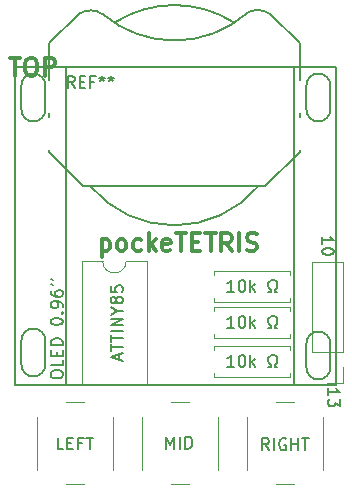
<source format=gbr>
G04 #@! TF.GenerationSoftware,KiCad,Pcbnew,(5.0.1)-4*
G04 #@! TF.CreationDate,2018-12-10T10:24:33+00:00*
G04 #@! TF.ProjectId,tinytetris,74696E797465747269732E6B69636164,rev?*
G04 #@! TF.SameCoordinates,Original*
G04 #@! TF.FileFunction,Legend,Top*
G04 #@! TF.FilePolarity,Positive*
%FSLAX46Y46*%
G04 Gerber Fmt 4.6, Leading zero omitted, Abs format (unit mm)*
G04 Created by KiCad (PCBNEW (5.0.1)-4) date 10/12/2018 10:24:33*
%MOMM*%
%LPD*%
G01*
G04 APERTURE LIST*
%ADD10C,0.150000*%
%ADD11C,0.300000*%
%ADD12C,0.120000*%
%ADD13C,0.070000*%
G04 APERTURE END LIST*
D10*
X165155619Y-105981523D02*
X165155619Y-105410095D01*
X165155619Y-105695809D02*
X166155619Y-105695809D01*
X166012761Y-105600571D01*
X165917523Y-105505333D01*
X165869904Y-105410095D01*
X166155619Y-106314857D02*
X166155619Y-106933904D01*
X165774666Y-106600571D01*
X165774666Y-106743428D01*
X165727047Y-106838666D01*
X165679428Y-106886285D01*
X165584190Y-106933904D01*
X165346095Y-106933904D01*
X165250857Y-106886285D01*
X165203238Y-106838666D01*
X165155619Y-106743428D01*
X165155619Y-106457714D01*
X165203238Y-106362476D01*
X165250857Y-106314857D01*
X164647619Y-93154523D02*
X164647619Y-92583095D01*
X164647619Y-92868809D02*
X165647619Y-92868809D01*
X165504761Y-92773571D01*
X165409523Y-92678333D01*
X165361904Y-92583095D01*
X165647619Y-93773571D02*
X165647619Y-93868809D01*
X165600000Y-93964047D01*
X165552380Y-94011666D01*
X165457142Y-94059285D01*
X165266666Y-94106904D01*
X165028571Y-94106904D01*
X164838095Y-94059285D01*
X164742857Y-94011666D01*
X164695238Y-93964047D01*
X164647619Y-93868809D01*
X164647619Y-93773571D01*
X164695238Y-93678333D01*
X164742857Y-93630714D01*
X164838095Y-93583095D01*
X165028571Y-93535476D01*
X165266666Y-93535476D01*
X165457142Y-93583095D01*
X165552380Y-93630714D01*
X165600000Y-93678333D01*
X165647619Y-93773571D01*
D11*
X138243714Y-77410571D02*
X139100857Y-77410571D01*
X138672285Y-78910571D02*
X138672285Y-77410571D01*
X139886571Y-77410571D02*
X140172285Y-77410571D01*
X140315142Y-77482000D01*
X140458000Y-77624857D01*
X140529428Y-77910571D01*
X140529428Y-78410571D01*
X140458000Y-78696285D01*
X140315142Y-78839142D01*
X140172285Y-78910571D01*
X139886571Y-78910571D01*
X139743714Y-78839142D01*
X139600857Y-78696285D01*
X139529428Y-78410571D01*
X139529428Y-77910571D01*
X139600857Y-77624857D01*
X139743714Y-77482000D01*
X139886571Y-77410571D01*
X141172285Y-78910571D02*
X141172285Y-77410571D01*
X141743714Y-77410571D01*
X141886571Y-77482000D01*
X141958000Y-77553428D01*
X142029428Y-77696285D01*
X142029428Y-77910571D01*
X141958000Y-78053428D01*
X141886571Y-78124857D01*
X141743714Y-78196285D01*
X141172285Y-78196285D01*
X145991285Y-92769571D02*
X145991285Y-94269571D01*
X145991285Y-92841000D02*
X146134142Y-92769571D01*
X146419857Y-92769571D01*
X146562714Y-92841000D01*
X146634142Y-92912428D01*
X146705571Y-93055285D01*
X146705571Y-93483857D01*
X146634142Y-93626714D01*
X146562714Y-93698142D01*
X146419857Y-93769571D01*
X146134142Y-93769571D01*
X145991285Y-93698142D01*
X147562714Y-93769571D02*
X147419857Y-93698142D01*
X147348428Y-93626714D01*
X147277000Y-93483857D01*
X147277000Y-93055285D01*
X147348428Y-92912428D01*
X147419857Y-92841000D01*
X147562714Y-92769571D01*
X147777000Y-92769571D01*
X147919857Y-92841000D01*
X147991285Y-92912428D01*
X148062714Y-93055285D01*
X148062714Y-93483857D01*
X147991285Y-93626714D01*
X147919857Y-93698142D01*
X147777000Y-93769571D01*
X147562714Y-93769571D01*
X149348428Y-93698142D02*
X149205571Y-93769571D01*
X148919857Y-93769571D01*
X148777000Y-93698142D01*
X148705571Y-93626714D01*
X148634142Y-93483857D01*
X148634142Y-93055285D01*
X148705571Y-92912428D01*
X148777000Y-92841000D01*
X148919857Y-92769571D01*
X149205571Y-92769571D01*
X149348428Y-92841000D01*
X149991285Y-93769571D02*
X149991285Y-92269571D01*
X150134142Y-93198142D02*
X150562714Y-93769571D01*
X150562714Y-92769571D02*
X149991285Y-93341000D01*
X151777000Y-93698142D02*
X151634142Y-93769571D01*
X151348428Y-93769571D01*
X151205571Y-93698142D01*
X151134142Y-93555285D01*
X151134142Y-92983857D01*
X151205571Y-92841000D01*
X151348428Y-92769571D01*
X151634142Y-92769571D01*
X151777000Y-92841000D01*
X151848428Y-92983857D01*
X151848428Y-93126714D01*
X151134142Y-93269571D01*
X152277000Y-92269571D02*
X153134142Y-92269571D01*
X152705571Y-93769571D02*
X152705571Y-92269571D01*
X153634142Y-92983857D02*
X154134142Y-92983857D01*
X154348428Y-93769571D02*
X153634142Y-93769571D01*
X153634142Y-92269571D01*
X154348428Y-92269571D01*
X154777000Y-92269571D02*
X155634142Y-92269571D01*
X155205571Y-93769571D02*
X155205571Y-92269571D01*
X156991285Y-93769571D02*
X156491285Y-93055285D01*
X156134142Y-93769571D02*
X156134142Y-92269571D01*
X156705571Y-92269571D01*
X156848428Y-92341000D01*
X156919857Y-92412428D01*
X156991285Y-92555285D01*
X156991285Y-92769571D01*
X156919857Y-92912428D01*
X156848428Y-92983857D01*
X156705571Y-93055285D01*
X156134142Y-93055285D01*
X157634142Y-93769571D02*
X157634142Y-92269571D01*
X158277000Y-93698142D02*
X158491285Y-93769571D01*
X158848428Y-93769571D01*
X158991285Y-93698142D01*
X159062714Y-93626714D01*
X159134142Y-93483857D01*
X159134142Y-93341000D01*
X159062714Y-93198142D01*
X158991285Y-93126714D01*
X158848428Y-93055285D01*
X158562714Y-92983857D01*
X158419857Y-92912428D01*
X158348428Y-92841000D01*
X158277000Y-92698142D01*
X158277000Y-92555285D01*
X158348428Y-92412428D01*
X158419857Y-92341000D01*
X158562714Y-92269571D01*
X158919857Y-92269571D01*
X159134142Y-92341000D01*
D10*
G04 #@! TO.C,OLED 0.96''*
X162306000Y-91694000D02*
X162306000Y-105156000D01*
X162306000Y-91694000D02*
X162306000Y-78232000D01*
X143002000Y-91694000D02*
X143002000Y-105156000D01*
X143002000Y-91694000D02*
X143002000Y-78232000D01*
X163322000Y-81788000D02*
G75*
G03X164338000Y-82804000I1016000J0D01*
G01*
X164338000Y-82804000D02*
G75*
G03X165354000Y-81788000I0J1016000D01*
G01*
X163322000Y-81788000D02*
X163322000Y-79756000D01*
X165354000Y-81788000D02*
X165354000Y-79756000D01*
X164338000Y-78740000D02*
G75*
G03X163322000Y-79756000I0J-1016000D01*
G01*
X165354000Y-79756000D02*
G75*
G03X164338000Y-78740000I-1016000J0D01*
G01*
X165354000Y-79756000D02*
G75*
G03X164338000Y-78740000I-1016000J0D01*
G01*
X164338000Y-78740000D02*
G75*
G03X163322000Y-79756000I0J-1016000D01*
G01*
X165354000Y-81788000D02*
X165354000Y-79756000D01*
X163322000Y-81788000D02*
X163322000Y-79756000D01*
X164338000Y-82804000D02*
G75*
G03X165354000Y-81788000I0J1016000D01*
G01*
X163322000Y-81788000D02*
G75*
G03X164338000Y-82804000I1016000J0D01*
G01*
X163322000Y-103632000D02*
G75*
G03X164338000Y-104648000I1016000J0D01*
G01*
X164338000Y-104648000D02*
G75*
G03X165354000Y-103632000I0J1016000D01*
G01*
X163322000Y-103632000D02*
X163322000Y-101600000D01*
X165354000Y-103632000D02*
X165354000Y-101600000D01*
X164338000Y-100584000D02*
G75*
G03X163322000Y-101600000I0J-1016000D01*
G01*
X165354000Y-101600000D02*
G75*
G03X164338000Y-100584000I-1016000J0D01*
G01*
X165354000Y-101600000D02*
G75*
G03X164338000Y-100584000I-1016000J0D01*
G01*
X164338000Y-100584000D02*
G75*
G03X163322000Y-101600000I0J-1016000D01*
G01*
X165354000Y-103632000D02*
X165354000Y-101600000D01*
X163322000Y-103632000D02*
X163322000Y-101600000D01*
X164338000Y-104648000D02*
G75*
G03X165354000Y-103632000I0J1016000D01*
G01*
X163322000Y-103632000D02*
G75*
G03X164338000Y-104648000I1016000J0D01*
G01*
X139192000Y-103378000D02*
G75*
G03X140208000Y-104394000I1016000J0D01*
G01*
X140208000Y-104394000D02*
G75*
G03X141224000Y-103378000I0J1016000D01*
G01*
X139192000Y-103378000D02*
X139192000Y-101346000D01*
X141224000Y-103378000D02*
X141224000Y-101346000D01*
X140208000Y-100330000D02*
G75*
G03X139192000Y-101346000I0J-1016000D01*
G01*
X141224000Y-101346000D02*
G75*
G03X140208000Y-100330000I-1016000J0D01*
G01*
X141224000Y-101346000D02*
G75*
G03X140208000Y-100330000I-1016000J0D01*
G01*
X140208000Y-100330000D02*
G75*
G03X139192000Y-101346000I0J-1016000D01*
G01*
X141224000Y-103378000D02*
X141224000Y-101346000D01*
X139192000Y-103378000D02*
X139192000Y-101346000D01*
X141224000Y-79756000D02*
X141224000Y-81788000D01*
X139192000Y-81788000D02*
X139192000Y-79756000D01*
X140208000Y-104394000D02*
G75*
G03X141224000Y-103378000I0J1016000D01*
G01*
X139192000Y-103378000D02*
G75*
G03X140208000Y-104394000I1016000J0D01*
G01*
X140208000Y-82804000D02*
G75*
G03X141224000Y-81788000I0J1016000D01*
G01*
X139192000Y-81788000D02*
G75*
G03X140208000Y-82804000I1016000J0D01*
G01*
X141224000Y-79756000D02*
G75*
G03X140208000Y-78740000I-1016000J0D01*
G01*
X140208000Y-78740000D02*
G75*
G03X139192000Y-79756000I0J-1016000D01*
G01*
X165862000Y-78232000D02*
X165862000Y-105156000D01*
X165862000Y-105156000D02*
X138684000Y-105156000D01*
X138684000Y-105156000D02*
X138684000Y-91694000D01*
X138684000Y-78232000D02*
X165862000Y-78232000D01*
X138684000Y-91694000D02*
X138684000Y-78232000D01*
D12*
G04 #@! TO.C,*
X164758000Y-112284000D02*
X164758000Y-107784000D01*
X160758000Y-113534000D02*
X162258000Y-113534000D01*
X158258000Y-107784000D02*
X158258000Y-112284000D01*
X162258000Y-106534000D02*
X160758000Y-106534000D01*
X146978000Y-112284000D02*
X146978000Y-107784000D01*
X142978000Y-113534000D02*
X144478000Y-113534000D01*
X140478000Y-107784000D02*
X140478000Y-112284000D01*
X144478000Y-106534000D02*
X142978000Y-106534000D01*
X155540000Y-95794000D02*
X155540000Y-95464000D01*
X155540000Y-95464000D02*
X161960000Y-95464000D01*
X161960000Y-95464000D02*
X161960000Y-95794000D01*
X155540000Y-97754000D02*
X155540000Y-98084000D01*
X155540000Y-98084000D02*
X161960000Y-98084000D01*
X161960000Y-98084000D02*
X161960000Y-97754000D01*
X146066000Y-94622000D02*
X144296000Y-94622000D01*
X144296000Y-94622000D02*
X144296000Y-105022000D01*
X144296000Y-105022000D02*
X149836000Y-105022000D01*
X149836000Y-105022000D02*
X149836000Y-94622000D01*
X149836000Y-94622000D02*
X148066000Y-94622000D01*
X148066000Y-94622000D02*
G75*
G02X146066000Y-94622000I-1000000J0D01*
G01*
X155540000Y-98842000D02*
X155540000Y-98512000D01*
X155540000Y-98512000D02*
X161960000Y-98512000D01*
X161960000Y-98512000D02*
X161960000Y-98842000D01*
X155540000Y-100802000D02*
X155540000Y-101132000D01*
X155540000Y-101132000D02*
X161960000Y-101132000D01*
X161960000Y-101132000D02*
X161960000Y-100802000D01*
X161960000Y-104104000D02*
X161960000Y-104434000D01*
X161960000Y-104434000D02*
X155540000Y-104434000D01*
X155540000Y-104434000D02*
X155540000Y-104104000D01*
X161960000Y-102144000D02*
X161960000Y-101814000D01*
X161960000Y-101814000D02*
X155540000Y-101814000D01*
X155540000Y-101814000D02*
X155540000Y-102144000D01*
X155868000Y-112284000D02*
X155868000Y-107784000D01*
X151868000Y-113534000D02*
X153368000Y-113534000D01*
X149368000Y-107784000D02*
X149368000Y-112284000D01*
X153368000Y-106534000D02*
X151868000Y-106534000D01*
X166430000Y-102362000D02*
X166430000Y-94682000D01*
X166430000Y-94682000D02*
X163770000Y-94682000D01*
X163770000Y-94682000D02*
X163770000Y-102362000D01*
X163770000Y-102362000D02*
X166430000Y-102362000D01*
X166430000Y-103632000D02*
X166430000Y-104962000D01*
X166430000Y-104962000D02*
X165100000Y-104962000D01*
D10*
G04 #@! TO.C,REF\002A\002A*
X146093842Y-73729021D02*
G75*
G03X144046000Y-73696000I-1047842J-1466979D01*
G01*
X145046000Y-88296000D02*
G75*
G03X159246000Y-88296000I7100000J6000000D01*
G01*
X141546000Y-85396000D02*
X144446000Y-88296000D01*
X141546000Y-85196000D02*
X141546000Y-85396000D01*
X141546000Y-82096000D02*
X141546000Y-82396000D01*
X141546000Y-76196000D02*
X141546000Y-79296000D01*
X162746000Y-79296000D02*
X162746000Y-76196000D01*
X162746000Y-82096000D02*
X162746000Y-82396000D01*
X162746000Y-85396000D02*
X162746000Y-85196000D01*
X159846000Y-88296000D02*
X162746000Y-85396000D01*
X159846000Y-88296000D02*
X144446000Y-88296000D01*
X157146000Y-74395999D02*
G75*
G03X147146000Y-74396000I-5000000J-7900001D01*
G01*
X146060492Y-73695760D02*
G75*
G03X158346000Y-73596000I6085508J7099760D01*
G01*
X141546000Y-76196000D02*
X144046000Y-73696000D01*
X162746000Y-76196000D02*
X160246000Y-73696000D01*
X160246000Y-73696000D02*
G75*
G03X158198158Y-73662979I-1047842J-1466979D01*
G01*
G04 #@! TO.C,OLED 0.96''*
X141692380Y-104306190D02*
X141692380Y-104115714D01*
X141740000Y-104020476D01*
X141835238Y-103925238D01*
X142025714Y-103877619D01*
X142359047Y-103877619D01*
X142549523Y-103925238D01*
X142644761Y-104020476D01*
X142692380Y-104115714D01*
X142692380Y-104306190D01*
X142644761Y-104401428D01*
X142549523Y-104496666D01*
X142359047Y-104544285D01*
X142025714Y-104544285D01*
X141835238Y-104496666D01*
X141740000Y-104401428D01*
X141692380Y-104306190D01*
X142692380Y-102972857D02*
X142692380Y-103449047D01*
X141692380Y-103449047D01*
X142168571Y-102639523D02*
X142168571Y-102306190D01*
X142692380Y-102163333D02*
X142692380Y-102639523D01*
X141692380Y-102639523D01*
X141692380Y-102163333D01*
X142692380Y-101734761D02*
X141692380Y-101734761D01*
X141692380Y-101496666D01*
X141740000Y-101353809D01*
X141835238Y-101258571D01*
X141930476Y-101210952D01*
X142120952Y-101163333D01*
X142263809Y-101163333D01*
X142454285Y-101210952D01*
X142549523Y-101258571D01*
X142644761Y-101353809D01*
X142692380Y-101496666D01*
X142692380Y-101734761D01*
X141692380Y-99782380D02*
X141692380Y-99687142D01*
X141740000Y-99591904D01*
X141787619Y-99544285D01*
X141882857Y-99496666D01*
X142073333Y-99449047D01*
X142311428Y-99449047D01*
X142501904Y-99496666D01*
X142597142Y-99544285D01*
X142644761Y-99591904D01*
X142692380Y-99687142D01*
X142692380Y-99782380D01*
X142644761Y-99877619D01*
X142597142Y-99925238D01*
X142501904Y-99972857D01*
X142311428Y-100020476D01*
X142073333Y-100020476D01*
X141882857Y-99972857D01*
X141787619Y-99925238D01*
X141740000Y-99877619D01*
X141692380Y-99782380D01*
X142597142Y-99020476D02*
X142644761Y-98972857D01*
X142692380Y-99020476D01*
X142644761Y-99068095D01*
X142597142Y-99020476D01*
X142692380Y-99020476D01*
X142692380Y-98496666D02*
X142692380Y-98306190D01*
X142644761Y-98210952D01*
X142597142Y-98163333D01*
X142454285Y-98068095D01*
X142263809Y-98020476D01*
X141882857Y-98020476D01*
X141787619Y-98068095D01*
X141740000Y-98115714D01*
X141692380Y-98210952D01*
X141692380Y-98401428D01*
X141740000Y-98496666D01*
X141787619Y-98544285D01*
X141882857Y-98591904D01*
X142120952Y-98591904D01*
X142216190Y-98544285D01*
X142263809Y-98496666D01*
X142311428Y-98401428D01*
X142311428Y-98210952D01*
X142263809Y-98115714D01*
X142216190Y-98068095D01*
X142120952Y-98020476D01*
X141692380Y-97163333D02*
X141692380Y-97353809D01*
X141740000Y-97449047D01*
X141787619Y-97496666D01*
X141930476Y-97591904D01*
X142120952Y-97639523D01*
X142501904Y-97639523D01*
X142597142Y-97591904D01*
X142644761Y-97544285D01*
X142692380Y-97449047D01*
X142692380Y-97258571D01*
X142644761Y-97163333D01*
X142597142Y-97115714D01*
X142501904Y-97068095D01*
X142263809Y-97068095D01*
X142168571Y-97115714D01*
X142120952Y-97163333D01*
X142073333Y-97258571D01*
X142073333Y-97449047D01*
X142120952Y-97544285D01*
X142168571Y-97591904D01*
X142263809Y-97639523D01*
X141692380Y-96591904D02*
X141882857Y-96687142D01*
X141692380Y-96115714D02*
X141882857Y-96210952D01*
G04 #@! TO.C,*
X160147166Y-110624880D02*
X159813833Y-110148690D01*
X159575738Y-110624880D02*
X159575738Y-109624880D01*
X159956690Y-109624880D01*
X160051928Y-109672500D01*
X160099547Y-109720119D01*
X160147166Y-109815357D01*
X160147166Y-109958214D01*
X160099547Y-110053452D01*
X160051928Y-110101071D01*
X159956690Y-110148690D01*
X159575738Y-110148690D01*
X160575738Y-110624880D02*
X160575738Y-109624880D01*
X161575738Y-109672500D02*
X161480500Y-109624880D01*
X161337642Y-109624880D01*
X161194785Y-109672500D01*
X161099547Y-109767738D01*
X161051928Y-109862976D01*
X161004309Y-110053452D01*
X161004309Y-110196309D01*
X161051928Y-110386785D01*
X161099547Y-110482023D01*
X161194785Y-110577261D01*
X161337642Y-110624880D01*
X161432880Y-110624880D01*
X161575738Y-110577261D01*
X161623357Y-110529642D01*
X161623357Y-110196309D01*
X161432880Y-110196309D01*
X162051928Y-110624880D02*
X162051928Y-109624880D01*
X162051928Y-110101071D02*
X162623357Y-110101071D01*
X162623357Y-110624880D02*
X162623357Y-109624880D01*
X162956690Y-109624880D02*
X163528119Y-109624880D01*
X163242404Y-110624880D02*
X163242404Y-109624880D01*
X142748119Y-110561380D02*
X142271928Y-110561380D01*
X142271928Y-109561380D01*
X143081452Y-110037571D02*
X143414785Y-110037571D01*
X143557642Y-110561380D02*
X143081452Y-110561380D01*
X143081452Y-109561380D01*
X143557642Y-109561380D01*
X144319547Y-110037571D02*
X143986214Y-110037571D01*
X143986214Y-110561380D02*
X143986214Y-109561380D01*
X144462404Y-109561380D01*
X144700500Y-109561380D02*
X145271928Y-109561380D01*
X144986214Y-110561380D02*
X144986214Y-109561380D01*
X157202380Y-97226380D02*
X156630952Y-97226380D01*
X156916666Y-97226380D02*
X156916666Y-96226380D01*
X156821428Y-96369238D01*
X156726190Y-96464476D01*
X156630952Y-96512095D01*
X157821428Y-96226380D02*
X157916666Y-96226380D01*
X158011904Y-96274000D01*
X158059523Y-96321619D01*
X158107142Y-96416857D01*
X158154761Y-96607333D01*
X158154761Y-96845428D01*
X158107142Y-97035904D01*
X158059523Y-97131142D01*
X158011904Y-97178761D01*
X157916666Y-97226380D01*
X157821428Y-97226380D01*
X157726190Y-97178761D01*
X157678571Y-97131142D01*
X157630952Y-97035904D01*
X157583333Y-96845428D01*
X157583333Y-96607333D01*
X157630952Y-96416857D01*
X157678571Y-96321619D01*
X157726190Y-96274000D01*
X157821428Y-96226380D01*
X158583333Y-97226380D02*
X158583333Y-96226380D01*
X158678571Y-96845428D02*
X158964285Y-97226380D01*
X158964285Y-96559714D02*
X158583333Y-96940666D01*
X160107142Y-97226380D02*
X160345238Y-97226380D01*
X160345238Y-97035904D01*
X160250000Y-96988285D01*
X160154761Y-96893047D01*
X160107142Y-96750190D01*
X160107142Y-96512095D01*
X160154761Y-96369238D01*
X160250000Y-96274000D01*
X160392857Y-96226380D01*
X160583333Y-96226380D01*
X160726190Y-96274000D01*
X160821428Y-96369238D01*
X160869047Y-96512095D01*
X160869047Y-96750190D01*
X160821428Y-96893047D01*
X160726190Y-96988285D01*
X160630952Y-97035904D01*
X160630952Y-97226380D01*
X160869047Y-97226380D01*
X147486666Y-102964857D02*
X147486666Y-102488666D01*
X147772380Y-103060095D02*
X146772380Y-102726761D01*
X147772380Y-102393428D01*
X146772380Y-102202952D02*
X146772380Y-101631523D01*
X147772380Y-101917238D02*
X146772380Y-101917238D01*
X146772380Y-101441047D02*
X146772380Y-100869619D01*
X147772380Y-101155333D02*
X146772380Y-101155333D01*
X147772380Y-100536285D02*
X146772380Y-100536285D01*
X147772380Y-100060095D02*
X146772380Y-100060095D01*
X147772380Y-99488666D01*
X146772380Y-99488666D01*
X147296190Y-98822000D02*
X147772380Y-98822000D01*
X146772380Y-99155333D02*
X147296190Y-98822000D01*
X146772380Y-98488666D01*
X147200952Y-98012476D02*
X147153333Y-98107714D01*
X147105714Y-98155333D01*
X147010476Y-98202952D01*
X146962857Y-98202952D01*
X146867619Y-98155333D01*
X146820000Y-98107714D01*
X146772380Y-98012476D01*
X146772380Y-97822000D01*
X146820000Y-97726761D01*
X146867619Y-97679142D01*
X146962857Y-97631523D01*
X147010476Y-97631523D01*
X147105714Y-97679142D01*
X147153333Y-97726761D01*
X147200952Y-97822000D01*
X147200952Y-98012476D01*
X147248571Y-98107714D01*
X147296190Y-98155333D01*
X147391428Y-98202952D01*
X147581904Y-98202952D01*
X147677142Y-98155333D01*
X147724761Y-98107714D01*
X147772380Y-98012476D01*
X147772380Y-97822000D01*
X147724761Y-97726761D01*
X147677142Y-97679142D01*
X147581904Y-97631523D01*
X147391428Y-97631523D01*
X147296190Y-97679142D01*
X147248571Y-97726761D01*
X147200952Y-97822000D01*
X146772380Y-96726761D02*
X146772380Y-97202952D01*
X147248571Y-97250571D01*
X147200952Y-97202952D01*
X147153333Y-97107714D01*
X147153333Y-96869619D01*
X147200952Y-96774380D01*
X147248571Y-96726761D01*
X147343809Y-96679142D01*
X147581904Y-96679142D01*
X147677142Y-96726761D01*
X147724761Y-96774380D01*
X147772380Y-96869619D01*
X147772380Y-97107714D01*
X147724761Y-97202952D01*
X147677142Y-97250571D01*
X157202380Y-100274380D02*
X156630952Y-100274380D01*
X156916666Y-100274380D02*
X156916666Y-99274380D01*
X156821428Y-99417238D01*
X156726190Y-99512476D01*
X156630952Y-99560095D01*
X157821428Y-99274380D02*
X157916666Y-99274380D01*
X158011904Y-99322000D01*
X158059523Y-99369619D01*
X158107142Y-99464857D01*
X158154761Y-99655333D01*
X158154761Y-99893428D01*
X158107142Y-100083904D01*
X158059523Y-100179142D01*
X158011904Y-100226761D01*
X157916666Y-100274380D01*
X157821428Y-100274380D01*
X157726190Y-100226761D01*
X157678571Y-100179142D01*
X157630952Y-100083904D01*
X157583333Y-99893428D01*
X157583333Y-99655333D01*
X157630952Y-99464857D01*
X157678571Y-99369619D01*
X157726190Y-99322000D01*
X157821428Y-99274380D01*
X158583333Y-100274380D02*
X158583333Y-99274380D01*
X158678571Y-99893428D02*
X158964285Y-100274380D01*
X158964285Y-99607714D02*
X158583333Y-99988666D01*
X160107142Y-100274380D02*
X160345238Y-100274380D01*
X160345238Y-100083904D01*
X160250000Y-100036285D01*
X160154761Y-99941047D01*
X160107142Y-99798190D01*
X160107142Y-99560095D01*
X160154761Y-99417238D01*
X160250000Y-99322000D01*
X160392857Y-99274380D01*
X160583333Y-99274380D01*
X160726190Y-99322000D01*
X160821428Y-99417238D01*
X160869047Y-99560095D01*
X160869047Y-99798190D01*
X160821428Y-99941047D01*
X160726190Y-100036285D01*
X160630952Y-100083904D01*
X160630952Y-100274380D01*
X160869047Y-100274380D01*
X157202380Y-103576380D02*
X156630952Y-103576380D01*
X156916666Y-103576380D02*
X156916666Y-102576380D01*
X156821428Y-102719238D01*
X156726190Y-102814476D01*
X156630952Y-102862095D01*
X157821428Y-102576380D02*
X157916666Y-102576380D01*
X158011904Y-102624000D01*
X158059523Y-102671619D01*
X158107142Y-102766857D01*
X158154761Y-102957333D01*
X158154761Y-103195428D01*
X158107142Y-103385904D01*
X158059523Y-103481142D01*
X158011904Y-103528761D01*
X157916666Y-103576380D01*
X157821428Y-103576380D01*
X157726190Y-103528761D01*
X157678571Y-103481142D01*
X157630952Y-103385904D01*
X157583333Y-103195428D01*
X157583333Y-102957333D01*
X157630952Y-102766857D01*
X157678571Y-102671619D01*
X157726190Y-102624000D01*
X157821428Y-102576380D01*
X158583333Y-103576380D02*
X158583333Y-102576380D01*
X158678571Y-103195428D02*
X158964285Y-103576380D01*
X158964285Y-102909714D02*
X158583333Y-103290666D01*
X160107142Y-103576380D02*
X160345238Y-103576380D01*
X160345238Y-103385904D01*
X160250000Y-103338285D01*
X160154761Y-103243047D01*
X160107142Y-103100190D01*
X160107142Y-102862095D01*
X160154761Y-102719238D01*
X160250000Y-102624000D01*
X160392857Y-102576380D01*
X160583333Y-102576380D01*
X160726190Y-102624000D01*
X160821428Y-102719238D01*
X160869047Y-102862095D01*
X160869047Y-103100190D01*
X160821428Y-103243047D01*
X160726190Y-103338285D01*
X160630952Y-103385904D01*
X160630952Y-103576380D01*
X160869047Y-103576380D01*
X151455571Y-110497880D02*
X151455571Y-109497880D01*
X151788904Y-110212166D01*
X152122238Y-109497880D01*
X152122238Y-110497880D01*
X152598428Y-110497880D02*
X152598428Y-109497880D01*
X153074619Y-110497880D02*
X153074619Y-109497880D01*
X153312714Y-109497880D01*
X153455571Y-109545500D01*
X153550809Y-109640738D01*
X153598428Y-109735976D01*
X153646047Y-109926452D01*
X153646047Y-110069309D01*
X153598428Y-110259785D01*
X153550809Y-110355023D01*
X153455571Y-110450261D01*
X153312714Y-110497880D01*
X153074619Y-110497880D01*
D13*
G04 #@! TO.C,REF\002A\002A*
D10*
X143700666Y-79954380D02*
X143367333Y-79478190D01*
X143129238Y-79954380D02*
X143129238Y-78954380D01*
X143510190Y-78954380D01*
X143605428Y-79002000D01*
X143653047Y-79049619D01*
X143700666Y-79144857D01*
X143700666Y-79287714D01*
X143653047Y-79382952D01*
X143605428Y-79430571D01*
X143510190Y-79478190D01*
X143129238Y-79478190D01*
X144129238Y-79430571D02*
X144462571Y-79430571D01*
X144605428Y-79954380D02*
X144129238Y-79954380D01*
X144129238Y-78954380D01*
X144605428Y-78954380D01*
X145367333Y-79430571D02*
X145034000Y-79430571D01*
X145034000Y-79954380D02*
X145034000Y-78954380D01*
X145510190Y-78954380D01*
X146034000Y-78954380D02*
X146034000Y-79192476D01*
X145795904Y-79097238D02*
X146034000Y-79192476D01*
X146272095Y-79097238D01*
X145891142Y-79382952D02*
X146034000Y-79192476D01*
X146176857Y-79382952D01*
X146795904Y-78954380D02*
X146795904Y-79192476D01*
X146557809Y-79097238D02*
X146795904Y-79192476D01*
X147034000Y-79097238D01*
X146653047Y-79382952D02*
X146795904Y-79192476D01*
X146938761Y-79382952D01*
G04 #@! TD*
M02*

</source>
